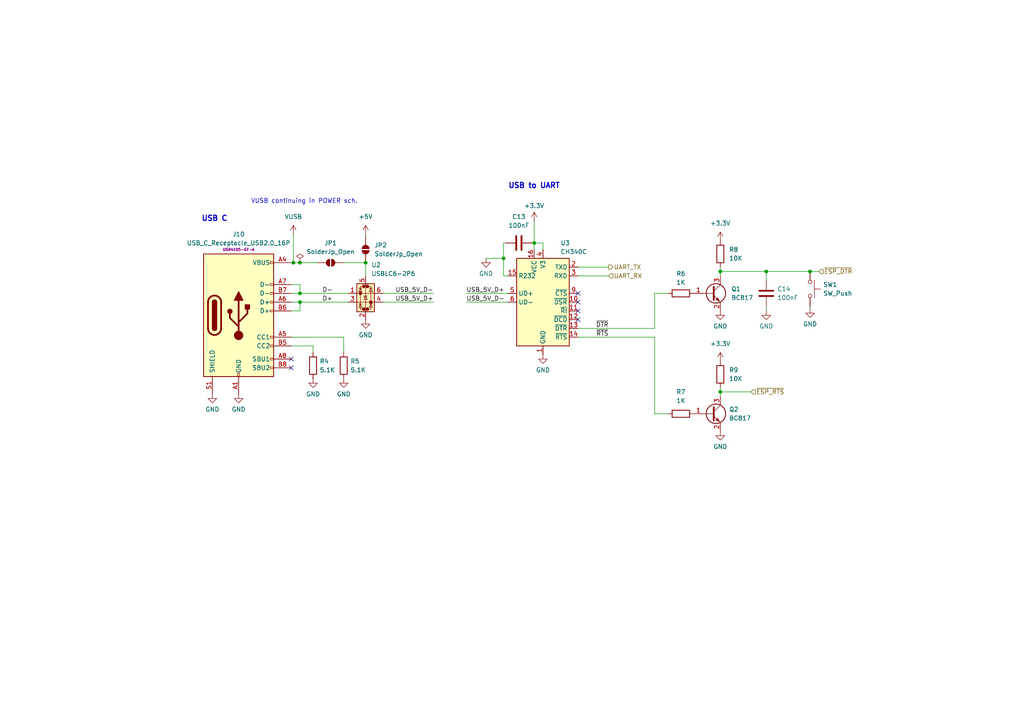
<source format=kicad_sch>
(kicad_sch (version 20250114) (generator "eeschema") (generator_version "9.0")
  (paper "A4")
  (title_block (title "Tesla sextant BT") (date "2025-11-30") (rev "2.1"))
  (lib_symbols
    (symbol "Connector:USB_C_Receptacle_USB2.0_16P" (pin_names (offset 1.016))
      (property "Reference" "J2" (at 0 22.86 0))
      (property "Value" "USB_C_Receptacle_USB2.0_16P" (at 0 20.32 0))
      (symbol "USB_C_Receptacle_USB2.0_16P_0_0"
        (rectangle (start -0.254 -17.78) (end 0.254 -16.764))
        (rectangle (start 10.16 15.494) (end 9.144 14.986))
        (rectangle (start 10.16 9.144) (end 9.144 8.636))
        (rectangle (start 10.16 6.604) (end 9.144 6.096))
        (rectangle (start 10.16 4.064) (end 9.144 3.556))
        (rectangle (start 10.16 1.524) (end 9.144 1.016))
        (rectangle (start 10.16 -6.096) (end 9.144 -6.604))
        (rectangle (start 10.16 -8.636) (end 9.144 -9.144))
        (rectangle (start 10.16 -12.446) (end 9.144 -12.954))
        (rectangle (start 10.16 -14.986) (end 9.144 -15.494))
      )
      (symbol "USB_C_Receptacle_USB2.0_16P_0_1"
        (rectangle (start -10.16 17.78) (end 10.16 -17.78) (stroke (width 0.254)) (fill (type background)))
        (polyline (pts (xy -8.89 -3.81) (xy -8.89 3.81)) (stroke (width 0.508)))
        (rectangle (start -7.62 -3.81) (end -6.35 3.81) (stroke (width 0.254)) (fill (type outline)))
        (arc (start -7.62 3.81) (mid -6.985 4.4423) (end -6.35 3.81) (stroke (width 0.254)))
        (arc (start -7.62 3.81) (mid -6.985 4.4423) (end -6.35 3.81) (stroke (width 0.254)) (fill (type outline)))
        (arc (start -8.89 3.81) (mid -6.985 5.7067) (end -5.08 3.81) (stroke (width 0.508)))
        (arc (start -5.08 -3.81) (mid -6.985 -5.7067) (end -8.89 -3.81) (stroke (width 0.508)))
        (arc (start -6.35 -3.81) (mid -6.985 -4.4423) (end -7.62 -3.81) (stroke (width 0.254)))
        (arc (start -6.35 -3.81) (mid -6.985 -4.4423) (end -7.62 -3.81) (stroke (width 0.254)) (fill (type outline)))
        (polyline (pts (xy -5.08 3.81) (xy -5.08 -3.81)) (stroke (width 0.508)))
        (circle (center -2.54 1.143) (radius 0.635) (stroke (width 0.254)) (fill (type outline)))
        (polyline (pts (xy -1.27 4.318) (xy 0 6.858) (xy 1.27 4.318) (xy -1.27 4.318)) (stroke (width 0.254)) (fill (type outline)))
        (polyline (pts (xy 0 -2.032) (xy 2.54 0.508) (xy 2.54 1.778)) (stroke (width 0.508)))
        (polyline (pts (xy 0 -3.302) (xy -2.54 -0.762) (xy -2.54 0.508)) (stroke (width 0.508)))
        (polyline (pts (xy 0 -5.842) (xy 0 4.318)) (stroke (width 0.508)))
        (circle (center 0 -5.842) (radius 1.27) (fill (type outline)))
        (rectangle (start 1.905 1.778) (end 3.175 3.048) (stroke (width 0.254)) (fill (type outline)))
      )
      (symbol "USB_C_Receptacle_USB2.0_16P_1_1"
        (pin passive line (at -7.62 -22.86 90) (length 5.08) (name "SHIELD") (number "S1"))
        (pin passive line (at 0 -22.86 90) (length 5.08) (name "GND") (number "A1"))
        (pin passive line (at 0 -22.86 90) (length 5.08) (hide yes) (name "GND") (number "A12"))
        (pin passive line (at 0 -22.86 90) (length 5.08) (hide yes) (name "GND") (number "B1"))
        (pin passive line (at 0 -22.86 90) (length 5.08) (hide yes) (name "GND") (number "B12"))
        (pin passive line (at 15.24 15.24 180) (length 5.08) (name "VBUS") (number "A4"))
        (pin passive line (at 15.24 15.24 180) (length 5.08) (hide yes) (name "VBUS") (number "A9"))
        (pin passive line (at 15.24 15.24 180) (length 5.08) (hide yes) (name "VBUS") (number "B4"))
        (pin passive line (at 15.24 15.24 180) (length 5.08) (hide yes) (name "VBUS") (number "B9"))
        (pin bidirectional line (at 15.24 8.89 180) (length 5.08) (name "D-") (number "A7"))
        (pin bidirectional line (at 15.24 6.35 180) (length 5.08) (name "D-") (number "B7"))
        (pin bidirectional line (at 15.24 3.81 180) (length 5.08) (name "D+") (number "A6"))
        (pin bidirectional line (at 15.24 1.27 180) (length 5.08) (name "D+") (number "B6"))
        (pin bidirectional line (at 15.24 -6.35 180) (length 5.08) (name "CC1") (number "A5"))
        (pin bidirectional line (at 15.24 -8.89 180) (length 5.08) (name "CC2") (number "B5"))
        (pin bidirectional line (at 15.24 -12.7 180) (length 5.08) (name "SBU1") (number "A8"))
        (pin bidirectional line (at 15.24 -15.24 180) (length 5.08) (name "SBU2") (number "B8"))
      )
    )
    (symbol "Device:C" (pin_numbers (hide yes)) (pin_names (offset 0.254))
      (property "Reference" "C" (at 0.635 2.54 0))
      (property "Value" "C" (at 0.635 -2.54 0))
      (symbol "C_0_1"
        (polyline (pts (xy -2.032 0.762) (xy 2.032 0.762)) (stroke (width 0.508)))
        (polyline (pts (xy -2.032 -0.762) (xy 2.032 -0.762)) (stroke (width 0.508)))
      )
      (symbol "C_1_1"
        (pin passive line (at 0 3.81 270) (length 2.794) (name "~") (number "1"))
        (pin passive line (at 0 -3.81 90) (length 2.794) (name "~") (number "2"))
      )
    )
    (symbol "Device:R" (pin_numbers (hide yes)) (pin_names (offset 0))
      (property "Reference" "R" (at 2.032 0 90))
      (property "Value" "R" (at 0 0 90))
      (symbol "R_0_1"
        (rectangle (start -1.016 -2.54) (end 1.016 2.54) (stroke (width 0.254)))
      )
      (symbol "R_1_1"
        (pin passive line (at 0 3.81 270) (length 1.27) (name "~") (number "1"))
        (pin passive line (at 0 -3.81 90) (length 1.27) (name "~") (number "2"))
      )
    )
    (symbol "Interface_USB:CH340C"
      (property "Reference" "U" (at -5.08 13.97 0))
      (property "Value" "CH340C" (at 1.27 13.97 0))
      (symbol "CH340C_0_1"
        (rectangle (start -7.62 12.7) (end 7.62 -12.7) (stroke (width 0.254)) (fill (type background)))
      )
      (symbol "CH340C_1_1"
        (pin input line (at -10.16 7.62 0) (length 2.54) (name "R232") (number "15"))
        (pin bidirectional line (at -10.16 2.54 0) (length 2.54) (name "UD+") (number "5"))
        (pin bidirectional line (at -10.16 0 0) (length 2.54) (name "UD-") (number "6"))
        (pin no_connect line (at -7.62 -5.08 0) (length 2.54) (hide yes) (name "NC") (number "7"))
        (pin no_connect line (at -7.62 -7.62 0) (length 2.54) (hide yes) (name "NC") (number "8"))
        (pin power_in line (at -2.54 15.24 270) (length 2.54) (name "VCC") (number "16"))
        (pin power_out line (at 0 15.24 270) (length 2.54) (name "V3") (number "4"))
        (pin power_in line (at 0 -15.24 90) (length 2.54) (name "GND") (number "1"))
        (pin output line (at 10.16 10.16 180) (length 2.54) (name "TXD") (number "2"))
        (pin input line (at 10.16 7.62 180) (length 2.54) (name "RXD") (number "3"))
        (pin input line (at 10.16 2.54 180) (length 2.54) (name "~{CTS}") (number "9"))
        (pin input line (at 10.16 0 180) (length 2.54) (name "~{DSR}") (number "10"))
        (pin input line (at 10.16 -2.54 180) (length 2.54) (name "~{RI}") (number "11"))
        (pin input line (at 10.16 -5.08 180) (length 2.54) (name "~{DCD}") (number "12"))
        (pin output line (at 10.16 -7.62 180) (length 2.54) (name "~{DTR}") (number "13"))
        (pin output line (at 10.16 -10.16 180) (length 2.54) (name "~{RTS}") (number "14"))
      )
    )
    (symbol "Jumper:SolderJumper_2_Open" (pin_numbers (hide yes)) (pin_names (offset 0) (hide yes)) (in_bom no)
      (property "Reference" "JP" (at 0 2.032 0))
      (property "Value" "SolderJumper_2_Open" (at 0 -2.54 0))
      (symbol "SolderJumper_2_Open_0_1"
        (polyline (pts (xy -0.254 1.016) (xy -0.254 -1.016)))
        (arc (start -0.254 -1.016) (mid -1.2656 0) (end -0.254 1.016))
        (arc (start -0.254 -1.016) (mid -1.2656 0) (end -0.254 1.016) (fill (type outline)))
        (arc (start 0.254 1.016) (mid 1.2656 0) (end 0.254 -1.016))
        (arc (start 0.254 1.016) (mid 1.2656 0) (end 0.254 -1.016) (fill (type outline)))
        (polyline (pts (xy 0.254 1.016) (xy 0.254 -1.016)))
      )
      (symbol "SolderJumper_2_Open_1_1"
        (pin passive line (at -3.81 0 0) (length 2.54) (name "A") (number "1"))
        (pin passive line (at 3.81 0 180) (length 2.54) (name "B") (number "2"))
      )
    )
    (symbol "Power_Protection:USBLC6-2P6" (pin_names (hide yes))
      (property "Reference" "U" (at 0.635 5.715 0))
      (property "Value" "USBLC6-2P6" (at 0.635 3.81 0))
      (symbol "USBLC6-2P6_0_0"
        (circle (center -1.524 0) (radius 0.0001) (stroke (width 0.508)))
        (circle (center -0.508 2.032) (radius 0.0001) (stroke (width 0.508)))
        (circle (center -0.508 -4.572) (radius 0.0001) (stroke (width 0.508)))
        (circle (center 0.508 2.032) (radius 0.0001) (stroke (width 0.508)))
        (circle (center 0.508 -4.572) (radius 0.0001) (stroke (width 0.508)))
        (circle (center 1.524 -2.54) (radius 0.0001) (stroke (width 0.508)))
      )
      (symbol "USBLC6-2P6_0_1"
        (polyline (pts (xy -2.54 0) (xy 2.54 0)))
        (polyline (pts (xy -2.54 -2.54) (xy 2.54 -2.54)))
        (polyline (pts (xy -2.032 0.508) (xy -1.016 0.508) (xy -1.524 1.524) (xy -2.032 0.508)))
        (polyline (pts (xy -2.032 -3.048) (xy -1.016 -3.048)))
        (polyline (pts (xy -1.016 1.524) (xy -2.032 1.524)))
        (polyline (pts (xy -1.016 -4.064) (xy -2.032 -4.064) (xy -1.524 -3.048) (xy -1.016 -4.064)))
        (polyline (pts (xy -0.508 -1.143) (xy -0.508 -0.762) (xy 0.508 -0.762)))
        (polyline (pts (xy 0 2.54) (xy -0.508 2.032) (xy 0.508 2.032) (xy 0 1.524) (xy 0 -4.064) (xy -0.508 -4.572) (xy 0.508 -4.572) (xy 0 -5.08)))
        (polyline (pts (xy 0.508 -1.778) (xy -0.508 -1.778) (xy 0 -0.762) (xy 0.508 -1.778)))
        (polyline (pts (xy 1.016 1.524) (xy 2.032 1.524)))
        (polyline (pts (xy 1.016 -3.048) (xy 2.032 -3.048)))
        (polyline (pts (xy 2.032 0.508) (xy 1.016 0.508) (xy 1.524 1.524) (xy 2.032 0.508)))
        (polyline (pts (xy 2.032 -4.064) (xy 1.016 -4.064) (xy 1.524 -3.048) (xy 2.032 -4.064)))
      )
      (symbol "USBLC6-2P6_1_1"
        (rectangle (start -2.54 2.794) (end 2.54 -5.334) (stroke (width 0.254)) (fill (type background)))
        (polyline (pts (xy -0.508 2.032) (xy -1.524 2.032) (xy -1.524 -4.572) (xy -0.508 -4.572)))
        (polyline (pts (xy 0.508 -4.572) (xy 1.524 -4.572) (xy 1.524 2.032) (xy 0.508 2.032)))
        (pin passive line (at -5.08 0 0) (length 2.54) (name "I/O1") (number "1"))
        (pin passive line (at -5.08 -2.54 0) (length 2.54) (name "I/O2") (number "3"))
        (pin passive line (at 0 5.08 270) (length 2.54) (name "VBUS") (number "5"))
        (pin passive line (at 0 -7.62 90) (length 2.54) (name "GND") (number "2"))
        (pin passive line (at 5.08 0 180) (length 2.54) (name "I/O1") (number "6"))
        (pin passive line (at 5.08 -2.54 180) (length 2.54) (name "I/O2") (number "4"))
      )
    )
    (symbol "Switch:SW_Push" (pin_numbers (hide yes)) (pin_names (offset 1.016) (hide yes))
      (property "Reference" "SW" (at 1.27 2.54 0))
      (property "Value" "SW_Push" (at 0 -1.524 0))
      (symbol "SW_Push_0_1"
        (circle (center -2.032 0) (radius 0.508))
        (polyline (pts (xy 0 1.27) (xy 0 3.048)))
        (circle (center 2.032 0) (radius 0.508))
        (polyline (pts (xy 2.54 1.27) (xy -2.54 1.27)))
        (pin passive line (at -5.08 0 0) (length 2.54) (name "1") (number "1"))
        (pin passive line (at 5.08 0 180) (length 2.54) (name "2") (number "2"))
      )
    )
    (symbol "Transistor_BJT:BC817" (pin_names (offset 0) (hide yes))
      (property "Reference" "Q" (at 5.08 1.905 0))
      (property "Value" "BC817" (at 5.08 0 0))
      (symbol "BC817_0_1"
        (polyline (pts (xy -2.54 0) (xy 0.635 0)))
        (polyline (pts (xy 0.635 1.905) (xy 0.635 -1.905)) (stroke (width 0.508)))
        (circle (center 1.27 0) (radius 2.8194) (stroke (width 0.254)))
      )
      (symbol "BC817_1_1"
        (polyline (pts (xy 0.635 0.635) (xy 2.54 2.54)))
        (polyline (pts (xy 0.635 -0.635) (xy 2.54 -2.54)))
        (polyline (pts (xy 1.27 -1.778) (xy 1.778 -1.27) (xy 2.286 -2.286) (xy 1.27 -1.778)) (fill (type outline)))
        (pin input line (at -5.08 0 0) (length 2.54) (name "B") (number "1"))
        (pin passive line (at 2.54 5.08 270) (length 2.54) (name "C") (number "3"))
        (pin passive line (at 2.54 -5.08 90) (length 2.54) (name "E") (number "2"))
      )
    )
    (symbol "power:+3.3V" (power) (pin_numbers (hide yes)) (pin_names (offset 0) (hide yes))
      (property "Value" "+3.3V" (at 0 3.556 0))
      (symbol "+3.3V_0_1"
        (polyline (pts (xy -0.762 1.27) (xy 0 2.54)))
        (polyline (pts (xy 0 2.54) (xy 0.762 1.27)))
        (polyline (pts (xy 0 0) (xy 0 2.54)))
      )
      (symbol "+3.3V_1_1"
        (pin power_in line (at 0 0 90) (length 0) (name "~") (number "1"))
      )
    )
    (symbol "power:+5V" (power) (pin_numbers (hide yes)) (pin_names (offset 0) (hide yes))
      (property "Value" "+5V" (at 0 3.556 0))
      (symbol "+5V_0_1"
        (polyline (pts (xy -0.762 1.27) (xy 0 2.54)))
        (polyline (pts (xy 0 2.54) (xy 0.762 1.27)))
        (polyline (pts (xy 0 0) (xy 0 2.54)))
      )
      (symbol "+5V_1_1"
        (pin power_in line (at 0 0 90) (length 0) (name "~") (number "1"))
      )
    )
    (symbol "power:GND" (power) (pin_numbers (hide yes)) (pin_names (offset 0) (hide yes))
      (property "Value" "GND" (at 0 -3.81 0))
      (symbol "GND_0_1"
        (polyline (pts (xy 0 0) (xy 0 -1.27) (xy 1.27 -1.27) (xy 0 -2.54) (xy -1.27 -1.27) (xy 0 -1.27)))
      )
      (symbol "GND_1_1"
        (pin power_in line (at 0 0 270) (length 0) (name "~") (number "1"))
      )
    )
    (symbol "power:PWR_FLAG" (power) (pin_numbers (hide yes)) (pin_names (offset 0) (hide yes))
      (property "Value" "PWR_FLAG" (at 0 3.81 0))
      (symbol "PWR_FLAG_0_0"
        (pin power_out line (at 0 0 90) (length 0) (name "~") (number "1"))
      )
      (symbol "PWR_FLAG_0_1"
        (polyline (pts (xy 0 0) (xy 0 1.27) (xy -1.016 1.905) (xy 0 2.54) (xy 1.016 1.905) (xy 0 1.27)))
      )
    )
    (symbol "power:VBUS" (power) (pin_numbers (hide yes)) (pin_names (offset 0) (hide yes))
      (property "Value" "VBUS" (at 0 3.556 0))
      (symbol "VBUS_0_1"
        (polyline (pts (xy -0.762 1.27) (xy 0 2.54)))
        (polyline (pts (xy 0 2.54) (xy 0.762 1.27)))
        (polyline (pts (xy 0 0) (xy 0 2.54)))
      )
      (symbol "VBUS_1_1"
        (pin power_in line (at 0 0 90) (length 0) (name "~") (number "1"))
      )
    )
  )
  (text "USB to UART" (at 154.94 53.975 0) (effects (font (size 1.524 1.524) (thickness 0.3048) (bold yes))))
  (text "VUSB continuing in POWER sch." (at 88.265 58.42 0) (effects (font (size 1.27 1.27))))
  (text "USB C" (at 62.23 63.5 0) (effects (font (size 1.524 1.524) (thickness 0.3048) (bold yes))))
  (junction (at 208.915 113.665))
  (junction (at 222.25 78.74))
  (junction (at 85.09 76.2))
  (junction (at 86.995 85.09))
  (junction (at 208.915 78.74))
  (junction (at 234.95 78.74))
  (junction (at 86.995 87.63))
  (junction (at 106.045 76.2))
  (junction (at 86.995 76.2))
  (junction (at 154.94 70.485))
  (junction (at 146.05 74.93))
  (no_connect (at 167.64 90.17))
  (no_connect (at 167.64 92.71))
  (no_connect (at 167.64 85.09))
  (no_connect (at 84.455 104.14))
  (no_connect (at 167.64 87.63))
  (no_connect (at 84.455 106.68))
  (wire (pts (xy 234.95 89.535) (xy 234.95 88.9)))
  (wire (pts (xy 154.94 70.485) (xy 154.94 72.39)))
  (wire (pts (xy 167.64 77.47) (xy 176.53 77.47)))
  (wire (pts (xy 208.915 78.74) (xy 222.25 78.74)))
  (wire (pts (xy 106.045 76.2) (xy 106.045 80.01)))
  (wire (pts (xy 84.455 97.79) (xy 99.695 97.79)))
  (wire (pts (xy 86.995 76.2) (xy 92.075 76.2)))
  (wire (pts (xy 189.865 120.015) (xy 193.675 120.015)))
  (wire (pts (xy 140.97 74.93) (xy 146.05 74.93)))
  (wire (pts (xy 99.695 97.79) (xy 99.695 102.235)))
  (wire (pts (xy 189.865 97.79) (xy 189.865 120.015)))
  (wire (pts (xy 84.455 82.55) (xy 86.995 82.55)))
  (wire (pts (xy 84.455 76.2) (xy 85.09 76.2)))
  (wire (pts (xy 208.915 78.74) (xy 208.915 80.01)))
  (wire (pts (xy 208.915 77.47) (xy 208.915 78.74)))
  (wire (pts (xy 86.995 85.09) (xy 84.455 85.09)))
  (wire (pts (xy 86.995 82.55) (xy 86.995 85.09)))
  (wire (pts (xy 222.25 78.74) (xy 234.95 78.74)))
  (wire (pts (xy 146.05 74.93) (xy 146.05 70.485)))
  (wire (pts (xy 86.995 90.17) (xy 84.455 90.17)))
  (wire (pts (xy 99.695 76.2) (xy 106.045 76.2)))
  (wire (pts (xy 167.64 80.01) (xy 176.53 80.01)))
  (wire (pts (xy 146.05 70.485) (xy 146.685 70.485)))
  (wire (pts (xy 167.64 97.79) (xy 189.865 97.79)))
  (wire (pts (xy 85.09 67.945) (xy 85.09 76.2)))
  (wire (pts (xy 90.805 100.33) (xy 90.805 102.235)))
  (wire (pts (xy 189.865 95.25) (xy 189.865 85.09)))
  (wire (pts (xy 237.49 78.74) (xy 234.95 78.74)))
  (wire (pts (xy 84.455 100.33) (xy 90.805 100.33)))
  (wire (pts (xy 86.995 85.09) (xy 100.965 85.09)))
  (wire (pts (xy 208.915 113.665) (xy 208.915 114.935)))
  (wire (pts (xy 135.255 87.63) (xy 147.32 87.63)))
  (wire (pts (xy 135.255 85.09) (xy 147.32 85.09)))
  (wire (pts (xy 154.305 70.485) (xy 154.94 70.485)))
  (wire (pts (xy 154.94 64.135) (xy 154.94 70.485)))
  (wire (pts (xy 86.995 87.63) (xy 86.995 90.17)))
  (wire (pts (xy 146.05 80.01) (xy 147.32 80.01)))
  (wire (pts (xy 86.995 87.63) (xy 84.455 87.63)))
  (wire (pts (xy 222.25 90.17) (xy 222.25 88.9)))
  (wire (pts (xy 86.995 87.63) (xy 100.965 87.63)))
  (wire (pts (xy 189.865 85.09) (xy 193.675 85.09)))
  (wire (pts (xy 154.94 70.485) (xy 157.48 70.485)))
  (wire (pts (xy 222.25 81.28) (xy 222.25 78.74)))
  (wire (pts (xy 146.05 74.93) (xy 146.05 80.01)))
  (wire (pts (xy 157.48 70.485) (xy 157.48 72.39)))
  (wire (pts (xy 111.125 87.63) (xy 125.73 87.63)))
  (wire (pts (xy 167.64 95.25) (xy 189.865 95.25)))
  (wire (pts (xy 208.915 113.665) (xy 217.805 113.665)))
  (wire (pts (xy 85.09 76.2) (xy 86.995 76.2)))
  (wire (pts (xy 106.045 68.58) (xy 106.045 67.945)))
  (wire (pts (xy 111.125 85.09) (xy 125.73 85.09)))
  (wire (pts (xy 208.915 112.395) (xy 208.915 113.665)))
  (label "D+" (at 96.52 87.63 180))
  (label "USB_5V_D-" (at 125.73 85.09 180))
  (label "USB_5V_D+" (at 125.73 87.63 180))
  (label "~{DTR}" (at 176.53 95.25 180))
  (label "USB_5V_D-" (at 135.255 87.63 0))
  (label "~{RTS}" (at 176.53 97.79 180))
  (label "D-" (at 96.52 85.09 180))
  (label "USB_5V_D+" (at 135.255 85.09 0))
  (hierarchical_label "~{ESP_DTR}" (shape input) (at 237.49 78.74 0))
  (hierarchical_label "UART_RX" (shape input) (at 176.53 80.01 0))
  (hierarchical_label "~{ESP_RTS}" (shape input) (at 217.805 113.665 0))
  (hierarchical_label "UART_TX" (shape output) (at 176.53 77.47 0))
  (symbol (lib_id "Device:R") (at 197.485 85.09 90) (unit 1)
    (property "Reference" "R6" (at 197.485 79.375 90))
    (property "Value" "1K" (at 197.485 81.915 90))
    (property "Description" "Resistor" (effects (hide yes)))
  )
  (symbol (lib_id "Device:R") (at 90.805 106.045 0) (unit 1)
    (property "Reference" "R4" (at 92.71 104.7749 0) (effects (justify left)))
    (property "Value" "5.1K" (at 92.71 107.3149 0) (effects (justify left)))
    (property "Description" "Resistor" (effects (hide yes)))
  )
  (symbol (lib_id "Switch:SW_Push") (at 234.95 83.82 270) (unit 1)
    (property "Reference" "SW1" (at 238.76 82.5499 90) (effects (justify left)))
    (property "Value" "SW_Push" (at 238.76 85.0899 90) (effects (justify left)))
    (property "Description" "Push button switch, generic, two pins" (effects (hide yes)))
  )
  (symbol (lib_id "power:GND") (at 99.695 109.855 0) (unit 1)
    (property "Reference" "#PWR?" (effects (hide yes)))
    (property "Value" "GND" (at 99.695 114.3 0))
    (property "Description" "Power symbol creates a global label with name \"GND\" , ground" (effects (hide yes)))
  )
  (symbol (lib_id "Device:C") (at 150.495 70.485 90) (unit 1)
    (property "Reference" "C13" (at 150.495 62.865 90))
    (property "Value" "100nF" (at 150.495 65.405 90))
    (property "Description" "Unpolarized capacitor" (effects (hide yes)))
  )
  (symbol (lib_id "power:GND") (at 208.915 125.095 0) (unit 1)
    (property "Reference" "#PWR?" (effects (hide yes)))
    (property "Value" "GND" (at 208.915 129.54 0))
    (property "Description" "Power symbol creates a global label with name \"GND\" , ground" (effects (hide yes)))
  )
  (symbol (lib_id "Connector:USB_C_Receptacle_USB2.0_16P") (at 69.215 91.44 0) (unit 1)
    (property "Reference" "J10" (at 69.215 67.945 0))
    (property "Value" "USB_C_Receptacle_USB2.0_16P" (at 69.215 70.485 0))
    (property "Footprint" "Connector_USB:USB_C_Receptacle_GCT_USB4105-xx-A_16P_TopMnt_Horizontal" (effects (hide yes)))
    (property "Datasheet" "https://www.usb.org/sites/default/files/documents/usb_type-c.zip" (effects (hide yes)))
    (property "Description" "USB 2.0-only 16P Type-C Receptacle connector" (effects (hide yes)))
    (property "Part_num" "USB4105-GF-A" (at 69.215 72.39 0) (effects (font (size 0.762 0.762))))
  )
  (symbol (lib_id "Device:R") (at 99.695 106.045 0) (unit 1)
    (property "Reference" "R5" (at 101.6 104.7749 0) (effects (justify left)))
    (property "Value" "5.1K" (at 101.6 107.3149 0) (effects (justify left)))
    (property "Description" "Resistor" (effects (hide yes)))
  )
  (symbol (lib_id "Device:C") (at 222.25 85.09 0) (unit 1)
    (property "Reference" "C14" (at 225.425 83.8199 0) (effects (justify left)))
    (property "Value" "100nF" (at 225.425 86.3599 0) (effects (justify left)))
    (property "Description" "Unpolarized capacitor" (effects (hide yes)))
  )
  (symbol (lib_id "Jumper:SolderJumper_2_Open") (at 106.045 72.39 90) (unit 1) (in_bom no)
    (property "Reference" "JP2" (at 108.585 71.1199 90) (effects (justify right)))
    (property "Value" "SolderJp_Open" (at 108.585 73.6599 90) (effects (justify right)))
    (property "Description" "Solder Jumper, 2-pole, open" (effects (hide yes)))
  )
  (symbol (lib_id "Jumper:SolderJumper_2_Open") (at 95.885 76.2 180) (unit 1) (in_bom no)
    (property "Reference" "JP1" (at 95.885 70.485 0))
    (property "Value" "SolderJp_Open" (at 95.885 73.025 0))
    (property "Description" "Solder Jumper, 2-pole, open" (effects (hide yes)))
  )
  (symbol (lib_id "power:+3.3V") (at 154.94 64.135 0) (unit 1)
    (property "Reference" "#PWR?" (effects (hide yes)))
    (property "Value" "+3.3V" (at 154.94 59.69 0))
    (property "Description" "Power symbol creates a global label with name \"+3.3V\"" (effects (hide yes)))
  )
  (symbol (lib_id "Transistor_BJT:BC817") (at 206.375 120.015 0) (unit 1)
    (property "Reference" "Q2" (at 211.455 118.7449 0) (effects (justify left)))
    (property "Value" "BC817" (at 211.455 121.2849 0) (effects (justify left)))
    (property "Footprint" "Package_TO_SOT_SMD:SOT-23" (effects (hide yes)))
    (property "Datasheet" "https://www.onsemi.com/pub/Collateral/BC818-D.pdf" (effects (hide yes)))
    (property "Description" "0.8A Ic, 45V Vce, NPN Transistor, SOT-23" (effects (hide yes)))
  )
  (symbol (lib_id "Interface_USB:CH340C") (at 157.48 87.63 0) (unit 1)
    (property "Reference" "U3" (at 162.56 70.485 0) (effects (justify left)))
    (property "Value" "CH340C" (at 162.56 73.025 0) (effects (justify left)))
    (property "Footprint" "Package_SO:SOIC-16_3.9x9.9mm_P1.27mm" (effects (hide yes)))
    (property "Datasheet" "https://datasheet.lcsc.com/szlcsc/Jiangsu-Qin-Heng-CH340C_C84681.pdf" (effects (hide yes)))
    (property "Description" "USB serial converter, crystal-less, UART, SOIC-16" (effects (hide yes)))
  )
  (symbol (lib_id "power:VBUS") (at 85.09 67.945 0) (unit 1)
    (property "Reference" "#PWR?" (effects (hide yes)))
    (property "Value" "VUSB" (at 85.09 62.865 0))
    (property "Description" "Power symbol creates a global label with name \"VBUS\"" (effects (hide yes)))
  )
  (symbol (lib_id "Device:R") (at 208.915 73.66 0) (unit 1)
    (property "Reference" "R8" (at 211.455 72.3899 0) (effects (justify left)))
    (property "Value" "10K" (at 211.455 74.9299 0) (effects (justify left)))
    (property "Description" "Resistor" (effects (hide yes)))
  )
  (symbol (lib_id "power:+3.3V") (at 208.915 104.775 0) (unit 1)
    (property "Reference" "#PWR?" (effects (hide yes)))
    (property "Value" "+3.3V" (at 208.915 99.695 0))
    (property "Description" "Power symbol creates a global label with name \"+3.3V\"" (effects (hide yes)))
  )
  (symbol (lib_id "Device:R") (at 208.915 108.585 0) (unit 1)
    (property "Reference" "R9" (at 211.455 107.3149 0) (effects (justify left)))
    (property "Value" "10K" (at 211.455 109.8549 0) (effects (justify left)))
    (property "Description" "Resistor" (effects (hide yes)))
  )
  (symbol (lib_id "Power_Protection:USBLC6-2P6") (at 106.045 85.09 0) (unit 1)
    (property "Reference" "U2" (at 107.6961 76.835 0) (effects (justify left)))
    (property "Value" "USBLC6-2P6" (at 107.6961 79.375 0) (effects (justify left)))
    (property "Footprint" "Package_TO_SOT_SMD:SOT-666" (effects (hide yes)))
    (property "Datasheet" "https://www.st.com/resource/en/datasheet/usblc6-2.pdf" (effects (hide yes)))
    (property "Description" "Very low capacitance ESD protection diode, 2 data-line, SOT-666" (effects (hide yes)))
  )
  (symbol (lib_id "power:GND") (at 69.215 114.3 0) (unit 1)
    (property "Reference" "#PWR?" (effects (hide yes)))
    (property "Value" "GND" (at 69.215 118.745 0))
    (property "Description" "Power symbol creates a global label with name \"GND\" , ground" (effects (hide yes)))
  )
  (symbol (lib_id "power:+3.3V") (at 208.915 69.85 0) (unit 1)
    (property "Reference" "#PWR?" (effects (hide yes)))
    (property "Value" "+3.3V" (at 208.915 64.77 0))
    (property "Description" "Power symbol creates a global label with name \"+3.3V\"" (effects (hide yes)))
  )
  (symbol (lib_id "power:GND") (at 208.915 90.17 0) (unit 1)
    (property "Reference" "#PWR?" (effects (hide yes)))
    (property "Value" "GND" (at 208.915 94.615 0))
    (property "Description" "Power symbol creates a global label with name \"GND\" , ground" (effects (hide yes)))
  )
  (symbol (lib_id "power:GND") (at 234.95 89.535 0) (unit 1)
    (property "Reference" "#PWR?" (effects (hide yes)))
    (property "Value" "GND" (at 234.95 93.98 0))
    (property "Description" "Power symbol creates a global label with name \"GND\" , ground" (effects (hide yes)))
  )
  (symbol (lib_id "power:PWR_FLAG") (at 86.995 76.2 0) (unit 1) (in_bom no) (on_board no)
    (property "Reference" "#FLG?" (effects (hide yes)))
    (property "Value" "PWR_FLAG" (effects (hide yes)))
    (property "Description" "Special symbol for telling ERC where power comes from" (effects (hide yes)))
  )
  (symbol (lib_id "power:GND") (at 140.97 74.93 0) (unit 1)
    (property "Reference" "#PWR?" (effects (hide yes)))
    (property "Value" "GND" (at 140.97 79.375 0))
    (property "Description" "Power symbol creates a global label with name \"GND\" , ground" (effects (hide yes)))
  )
  (symbol (lib_id "power:GND") (at 90.805 109.855 0) (unit 1)
    (property "Reference" "#PWR?" (effects (hide yes)))
    (property "Value" "GND" (at 90.805 114.3 0))
    (property "Description" "Power symbol creates a global label with name \"GND\" , ground" (effects (hide yes)))
  )
  (symbol (lib_id "Device:R") (at 197.485 120.015 90) (unit 1)
    (property "Reference" "R7" (at 197.485 113.665 90))
    (property "Value" "1K" (at 197.485 116.205 90))
    (property "Description" "Resistor" (effects (hide yes)))
  )
  (symbol (lib_id "power:GND") (at 222.25 90.17 0) (unit 1)
    (property "Reference" "#PWR?" (effects (hide yes)))
    (property "Value" "GND" (at 222.25 94.615 0))
    (property "Description" "Power symbol creates a global label with name \"GND\" , ground" (effects (hide yes)))
  )
  (symbol (lib_id "power:+5V") (at 106.045 67.945 0) (unit 1)
    (property "Reference" "#PWR?" (effects (hide yes)))
    (property "Value" "+5V" (at 106.045 62.865 0))
    (property "Description" "Power symbol creates a global label with name \"+5V\"" (effects (hide yes)))
  )
  (symbol (lib_id "power:GND") (at 157.48 102.87 0) (unit 1)
    (property "Reference" "#PWR?" (effects (hide yes)))
    (property "Value" "GND" (at 157.48 107.315 0))
    (property "Description" "Power symbol creates a global label with name \"GND\" , ground" (effects (hide yes)))
  )
  (symbol (lib_id "power:GND") (at 106.045 92.71 0) (unit 1)
    (property "Reference" "#PWR?" (effects (hide yes)))
    (property "Value" "GND" (at 106.045 97.155 0))
    (property "Description" "Power symbol creates a global label with name \"GND\" , ground" (effects (hide yes)))
  )
  (symbol (lib_id "Transistor_BJT:BC817") (at 206.375 85.09 0) (unit 1)
    (property "Reference" "Q1" (at 212.09 83.8199 0) (effects (justify left)))
    (property "Value" "BC817" (at 212.09 86.3599 0) (effects (justify left)))
    (property "Footprint" "Package_TO_SOT_SMD:SOT-23" (effects (hide yes)))
    (property "Datasheet" "https://www.onsemi.com/pub/Collateral/BC818-D.pdf" (effects (hide yes)))
    (property "Description" "0.8A Ic, 45V Vce, NPN Transistor, SOT-23" (effects (hide yes)))
  )
  (symbol (lib_id "power:GND") (at 61.595 114.3 0) (unit 1)
    (property "Reference" "#PWR?" (effects (hide yes)))
    (property "Value" "GND" (at 61.595 118.745 0))
    (property "Description" "Power symbol creates a global label with name \"GND\" , ground" (effects (hide yes)))
  )
)
</source>
